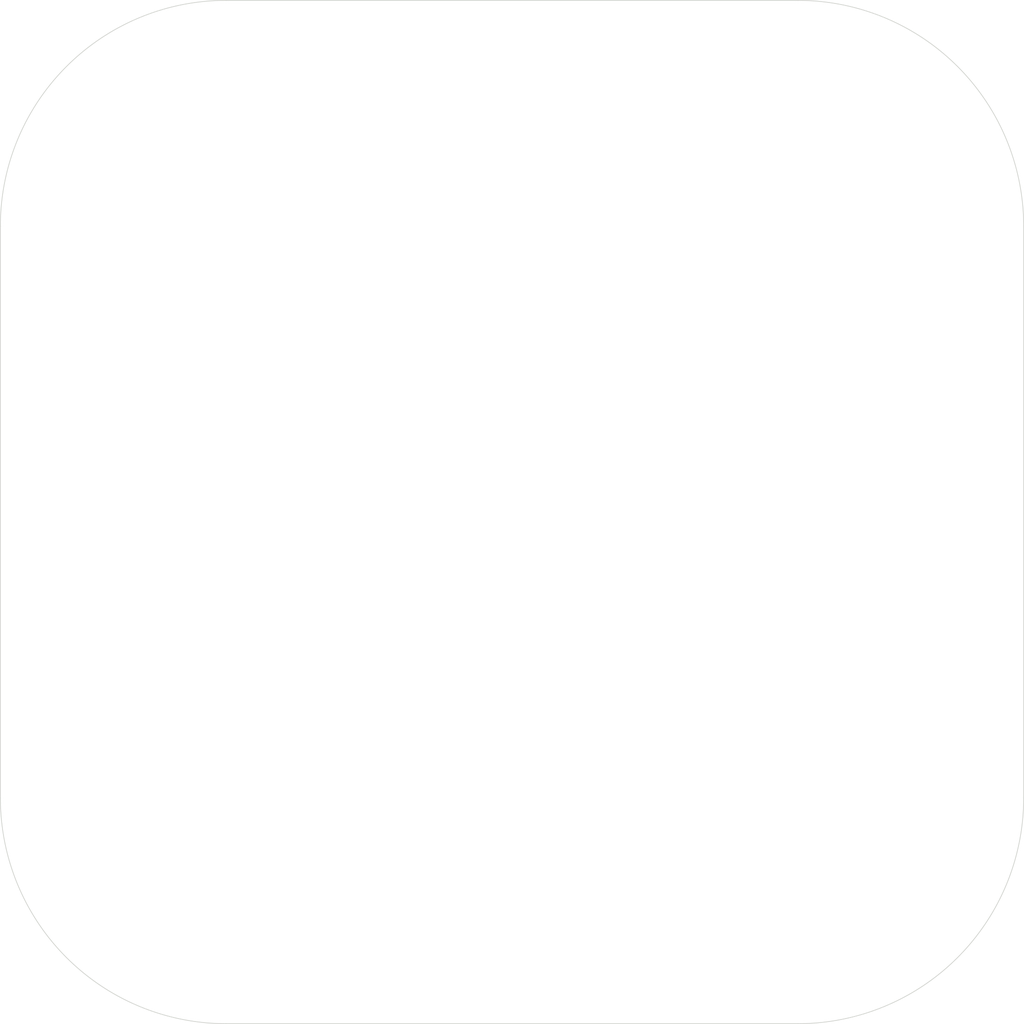
<source format=kicad_pcb>
(kicad_pcb (version 20171130) (host pcbnew 5.1.9-73d0e3b20d~88~ubuntu20.04.1)

  (general
    (thickness 1.6)
    (drawings 8)
    (tracks 0)
    (zones 0)
    (modules 0)
    (nets 1)
  )

  (page A4)
  (layers
    (0 F.Cu signal)
    (31 B.Cu signal)
    (32 B.Adhes user hide)
    (33 F.Adhes user hide)
    (34 B.Paste user hide)
    (35 F.Paste user hide)
    (36 B.SilkS user)
    (37 F.SilkS user)
    (38 B.Mask user hide)
    (39 F.Mask user hide)
    (40 Dwgs.User user)
    (41 Cmts.User user hide)
    (42 Eco1.User user hide)
    (43 Eco2.User user hide)
    (44 Edge.Cuts user)
    (45 Margin user hide)
    (46 B.CrtYd user hide)
    (47 F.CrtYd user hide)
    (48 B.Fab user hide)
    (49 F.Fab user hide)
  )

  (setup
    (last_trace_width 0.25)
    (trace_clearance 0.2)
    (zone_clearance 0.508)
    (zone_45_only no)
    (trace_min 0.2)
    (via_size 0.8)
    (via_drill 0.4)
    (via_min_size 0.4)
    (via_min_drill 0.3)
    (uvia_size 0.3)
    (uvia_drill 0.1)
    (uvias_allowed no)
    (uvia_min_size 0.2)
    (uvia_min_drill 0.1)
    (edge_width 0.05)
    (segment_width 0.2)
    (pcb_text_width 0.3)
    (pcb_text_size 1.5 1.5)
    (mod_edge_width 0.12)
    (mod_text_size 1 1)
    (mod_text_width 0.15)
    (pad_size 1.524 1.524)
    (pad_drill 0.762)
    (pad_to_mask_clearance 0)
    (aux_axis_origin 0 0)
    (visible_elements FEFFFF7F)
    (pcbplotparams
      (layerselection 0x010fc_ffffffff)
      (usegerberextensions false)
      (usegerberattributes true)
      (usegerberadvancedattributes true)
      (creategerberjobfile true)
      (excludeedgelayer true)
      (linewidth 0.100000)
      (plotframeref false)
      (viasonmask false)
      (mode 1)
      (useauxorigin false)
      (hpglpennumber 1)
      (hpglpenspeed 20)
      (hpglpendiameter 15.000000)
      (psnegative false)
      (psa4output false)
      (plotreference true)
      (plotvalue true)
      (plotinvisibletext false)
      (padsonsilk false)
      (subtractmaskfromsilk false)
      (outputformat 1)
      (mirror false)
      (drillshape 1)
      (scaleselection 1)
      (outputdirectory ""))
  )

  (net 0 "")

  (net_class Default "This is the default net class."
    (clearance 0.2)
    (trace_width 0.25)
    (via_dia 0.8)
    (via_drill 0.4)
    (uvia_dia 0.3)
    (uvia_drill 0.1)
  )

  (gr_line (start 15 -68) (end 53 -68) (angle 90) (layer Edge.Cuts) (width 0.05))
  (gr_line (start 68 -53) (end 68 -15) (angle 90) (layer Edge.Cuts) (width 0.05))
  (gr_line (start 53 0) (end 15 0) (angle 90) (layer Edge.Cuts) (width 0.05))
  (gr_line (start 0 -15) (end 0 -53) (angle 90) (layer Edge.Cuts) (width 0.05))
  (gr_arc (start 15 -53) (end 15 -68) (angle -90) (layer Edge.Cuts) (width 0.05))
  (gr_arc (start 15 -15) (end 0 -15) (angle -90) (layer Edge.Cuts) (width 0.05))
  (gr_arc (start 53 -15) (end 53 0) (angle -90) (layer Edge.Cuts) (width 0.05))
  (gr_arc (start 53 -53) (end 68 -53) (angle -90) (layer Edge.Cuts) (width 0.05))

  (zone (net 0) (net_name "") (layer F.Cu) (tstamp 0) (hatch edge 0.508)
    (connect_pads (clearance 0.508))
    (min_thickness 0.254)
    (keepout (tracks allowed) (vias allowed) (copperpour not_allowed))
    (fill (arc_segments 32) (thermal_gap 0.508) (thermal_bridge_width 0.508))
    (polygon
      (pts
        (xy 52.0954 -41.1988) (xy 56.0324 -42.545) (xy 56.9468 -43.8658) (xy 56.9214 -43.5102) (xy 60.579 -48.387)
        (xy 60 -52.5) (xy 59.98 -53.041) (xy 59.922 -53.58) (xy 59.689 -54.637) (xy 59.516 -55.15)
        (xy 59.307 -55.649) (xy 59.062 -56.132) (xy 58.783 -56.596) (xy 58.471 -57.039) (xy 58.128 -57.458)
        (xy 57.755 -57.851) (xy 57.355 -58.216) (xy 56.93 -58.552) (xy 56.482 -58.856) (xy 56.013 -59.126)
        (xy 55.526 -59.363) (xy 55.023 -59.563) (xy 54.506 -59.727) (xy 53.98 -59.853) (xy 53.445 -59.94)
        (xy 52.906 -59.989) (xy 52.365 -59.999) (xy 51.824 -59.969) (xy 51.287 -59.901) (xy 50.756 -59.794)
        (xy 50.234 -59.649) (xy 49.724 -59.467) (xy 49.228 -59.249) (xy 48.75 -58.995) (xy 48.291 -58.708)
        (xy 47.854 -58.388) (xy 47.441 -58.037) (xy 47.055 -57.658) (xy 46.697 -57.251) (xy 46.369 -56.82)
        (xy 46.074 -56.367) (xy 45.811 -55.893) (xy 45.584 -55.401) (xy 45.393 -54.895) (xy 45.238 -54.376)
        (xy 45.122 -53.847) (xy 45.044 -53.311) (xy 45.005 -52.771) (xy 45.005 -52.229) (xy 45.044 -51.689)
        (xy 45.122 -51.153) (xy 45.238 -50.624) (xy 45.393 -50.105) (xy 45.584 -49.599) (xy 45.811 -49.107)
        (xy 46.074 -48.633) (xy 46.369 -48.18) (xy 46.697 -47.749) (xy 47.055 -47.342) (xy 47.441 -46.963)
        (xy 47.854 -46.612) (xy 48.291 -46.292) (xy 48.75 -46.005) (xy 49.228 -45.751) (xy 49.724 -45.533)
        (xy 50.234 -45.351) (xy 50.756 -45.206) (xy 51.287 -45.099) (xy 51.824 -45.031) (xy 52.365 -45.001)
        (xy 53.445 -45.06) (xy 53.98 -45.147) (xy 54.506 -45.273) (xy 55.023 -45.437) (xy 55.526 -45.637)
        (xy 56.013 -45.874) (xy 56.482 -46.144) (xy 56.93 -46.448) (xy 57.355 -46.784) (xy 57.755 -47.149)
        (xy 58.128 -47.542) (xy 58.471 -47.961) (xy 58.783 -48.404) (xy 59.062 -48.868) (xy 59.307 -49.351)
        (xy 59.516 -49.85) (xy 59.689 -50.363) (xy 59.825 -50.888) (xy 59.922 -51.42) (xy 57.3278 -45.593)
        (xy 41.3314 -33.4011) (xy 41.48 -36.041) (xy 41.422 -36.58) (xy 41.325 -37.112) (xy 41.189 -37.637)
        (xy 41.016 -38.15) (xy 40.807 -38.649) (xy 40.562 -39.132) (xy 40.283 -39.596) (xy 39.971 -40.039)
        (xy 39.628 -40.458) (xy 39.255 -40.851) (xy 38.855 -41.216) (xy 38.43 -41.552) (xy 37.982 -41.856)
        (xy 37.513 -42.126) (xy 37.026 -42.363) (xy 36.006 -42.727) (xy 35.48 -42.853) (xy 34.406 -42.989)
        (xy 33.324 -42.969) (xy 32.256 -42.794) (xy 31.224 -42.467) (xy 30.25 -41.995) (xy 29.354 -41.388)
        (xy 28.555 -40.658) (xy 27.869 -39.82) (xy 27.311 -38.893) (xy 26.893 -37.895) (xy 26.622 -36.847)
        (xy 26.505 -35.771) (xy 26.544 -34.689) (xy 26.738 -33.624) (xy 27.084 -32.599) (xy 27.574 -31.633)
        (xy 28.197 -30.749) (xy 28.941 -29.963) (xy 29.791 -29.292) (xy 30.728 -28.751) (xy 31.734 -28.351)
        (xy 32.787 -28.099) (xy 33.865 -28.001) (xy 34.945 -28.06) (xy 36.006 -28.273) (xy 37.026 -28.637)
        (xy 37.982 -29.144) (xy 38.855 -29.784) (xy 39.628 -30.542) (xy 40.283 -31.404) (xy 40.807 -32.351)
        (xy 41.189 -33.363) (xy 41.422 -34.42) (xy 41.48 -34.959)
      )
    )
  )
)

</source>
